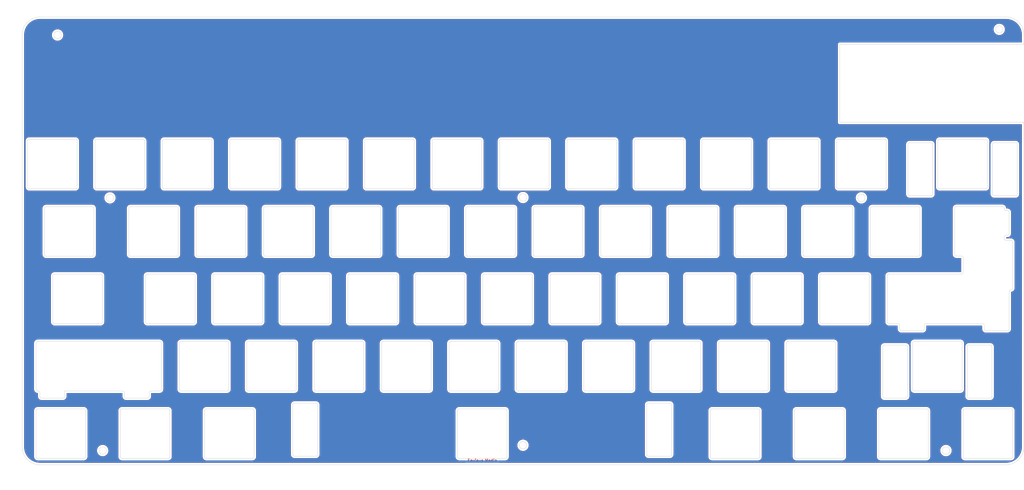
<source format=kicad_pcb>
(kicad_pcb (version 20171130) (host pcbnew "(5.1.10)-1")
  (layers (0 F.Cu signal) (31 B.Cu signal) (34 B.Paste user) (35 F.Paste user) (36 B.SilkS user) (37 F.SilkS user) (38 B.Mask user) (39 F.Mask user) (44 Edge.Cuts user))
  (net 0 "")
  (gr_circle (center 218.5 84) (end 219.525 83.775) (layer Edge.Cuts) (width 0.1))
  (gr_circle (center 87 38.1) (end 88 37.775) (layer Edge.Cuts) (width 0.1))
  (gr_circle (center 101.8 84.1) (end 102.75 83.675) (layer Edge.Cuts) (width 0.1))
  (gr_circle (center 99.75 155.5) (end 100.725 155.125) (layer Edge.Cuts) (width 0.1))
  (gr_circle (center 218.5 154) (end 219.525 153.775) (layer Edge.Cuts) (width 0.1))
  (gr_circle (center 338 155.5) (end 339.05 155.375) (layer Edge.Cuts) (width 0.1))
  (gr_circle (center 353.05 36.5) (end 354.05 36.225) (layer Edge.Cuts) (width 0.1))
  (gr_circle (center 314.1 84.1) (end 315.15 84.225) (layer Edge.Cuts) (width 0.1))
  (gr_line (start 342.34 105.62478) (end 321.9075 105.62478) (layer Edge.Cuts) (width 0.1))
  (gr_line (start 81.40125 124.675) (end 115.8325 124.675) (layer Edge.Cuts) (width 0.1))
  (gr_line (start 225.875 68.025) (end 225.875 81.024999) (layer Edge.Cuts) (width 0.1))
  (gr_arc (start 155.225 81.024999) (end 154.725 81.024999) (angle -90) (layer Edge.Cuts) (width 0.1))
  (gr_line (start 174.275 67.525) (end 187.275 67.525) (layer Edge.Cuts) (width 0.1))
  (gr_arc (start 117.125 68.025) (end 117.125 67.525) (angle -90) (layer Edge.Cuts) (width 0.1))
  (gr_arc (start 117.125 81.024999) (end 116.625 81.024999) (angle -90) (layer Edge.Cuts) (width 0.1))
  (gr_arc (start 212.375 68.025) (end 212.375 67.525) (angle -90) (layer Edge.Cuts) (width 0.1))
  (gr_arc (start 174.275 81.024999) (end 173.775 81.024999) (angle -90) (layer Edge.Cuts) (width 0.1))
  (gr_arc (start 130.125 68.025) (end 130.625 68.025) (angle -90) (layer Edge.Cuts) (width 0.1))
  (gr_arc (start 149.175 81.024999) (end 149.175 81.524999) (angle -90) (layer Edge.Cuts) (width 0.1))
  (gr_line (start 212.375 67.525) (end 225.375 67.525) (layer Edge.Cuts) (width 0.1))
  (gr_line (start 149.675 68.025) (end 149.675 81.024999) (layer Edge.Cuts) (width 0.1))
  (gr_line (start 154.725 68.025) (end 154.725 81.024999) (layer Edge.Cuts) (width 0.1))
  (gr_arc (start 168.225 68.025) (end 168.725 68.025) (angle -90) (layer Edge.Cuts) (width 0.1))
  (gr_arc (start 155.225 68.025) (end 155.225 67.525) (angle -90) (layer Edge.Cuts) (width 0.1))
  (gr_arc (start 136.175 81.024999) (end 135.675 81.024999) (angle -90) (layer Edge.Cuts) (width 0.1))
  (gr_line (start 174.275 81.524999) (end 187.275 81.524999) (layer Edge.Cuts) (width 0.1))
  (gr_line (start 155.225 67.525) (end 168.225 67.525) (layer Edge.Cuts) (width 0.1))
  (gr_arc (start 136.175 68.025) (end 136.175 67.525) (angle -90) (layer Edge.Cuts) (width 0.1))
  (gr_arc (start 168.225 81.024999) (end 168.225 81.524999) (angle -90) (layer Edge.Cuts) (width 0.1))
  (gr_line (start 155.225 81.524999) (end 168.225 81.524999) (layer Edge.Cuts) (width 0.1))
  (gr_arc (start 130.125 81.024999) (end 130.125 81.524999) (angle -90) (layer Edge.Cuts) (width 0.1))
  (gr_line (start 211.875 68.025) (end 211.875 81.024999) (layer Edge.Cuts) (width 0.1))
  (gr_line (start 173.775 68.025) (end 173.775 81.024999) (layer Edge.Cuts) (width 0.1))
  (gr_line (start 115.8325 138.675) (end 113.37925 138.675) (layer Edge.Cuts) (width 0.1))
  (gr_line (start 340.44 100.035) (end 340.4425 87.045) (layer Edge.Cuts) (width 0.1))
  (gr_arc (start 105.37925 139.175) (end 105.87925 139.175) (angle -90) (layer Edge.Cuts) (width 0.1))
  (gr_arc (start 81.50325 139.175) (end 82.00325 139.175) (angle -90) (layer Edge.Cuts) (width 0.1))
  (gr_line (start 82.50325 140.675) (end 88.50325 140.675) (layer Edge.Cuts) (width 0.1))
  (gr_line (start 355.33875 94.662) (end 354.9425 94.662) (layer Edge.Cuts) (width 0.1))
  (gr_line (start 116.3325 125.175) (end 116.3325 138.175) (layer Edge.Cuts) (width 0.1))
  (gr_arc (start 353.9425 87.045) (end 354.4425 87.045) (angle -90) (layer Edge.Cuts) (width 0.1))
  (gr_arc (start 321.9075 119.125) (end 321.4075 119.125) (angle -90) (layer Edge.Cuts) (width 0.1))
  (gr_line (start 354.4425 95.6) (end 354.4425 95.162) (layer Edge.Cuts) (width 0.1))
  (gr_line (start 356.83875 96.6) (end 356.83875 109.59594) (layer Edge.Cuts) (width 0.1))
  (gr_arc (start 355.33875 94.162) (end 355.33875 94.662) (angle -90) (layer Edge.Cuts) (width 0.1))
  (gr_line (start 81.40125 138.675) (end 81.50325 138.675) (layer Edge.Cuts) (width 0.1))
  (gr_line (start 82.00325 139.175) (end 82.00325 140.175) (layer Edge.Cuts) (width 0.1))
  (gr_arc (start 81.40125 138.175) (end 80.90125 138.175) (angle -90) (layer Edge.Cuts) (width 0.1))
  (gr_arc (start 115.8325 138.175) (end 115.8325 138.675) (angle -90) (layer Edge.Cuts) (width 0.1))
  (gr_arc (start 88.50325 140.175) (end 88.50325 140.675) (angle -90) (layer Edge.Cuts) (width 0.1))
  (gr_line (start 105.37925 138.675) (end 89.0025 138.675) (layer Edge.Cuts) (width 0.1))
  (gr_line (start 112.87925 140.175) (end 112.87925 139.175) (layer Edge.Cuts) (width 0.1))
  (gr_arc (start 356.33875 96.6) (end 356.83875 96.6) (angle -90) (layer Edge.Cuts) (width 0.1))
  (gr_arc (start 354.9425 95.6) (end 354.4425 95.6) (angle -90) (layer Edge.Cuts) (width 0.1))
  (gr_line (start 354.4425 87.045) (end 354.4425 87.165) (layer Edge.Cuts) (width 0.1))
  (gr_line (start 342.34 100.535) (end 340.94 100.535) (layer Edge.Cuts) (width 0.1))
  (gr_arc (start 332.39082 120.12602) (end 332.39082 119.62602) (angle -90) (layer Edge.Cuts) (width 0.1))
  (gr_line (start 324.89075 121.125) (end 324.88982 120.12602) (layer Edge.Cuts) (width 0.1))
  (gr_line (start 105.87925 139.175) (end 105.87925 140.175) (layer Edge.Cuts) (width 0.1))
  (gr_line (start 331.89075 121.125) (end 331.89082 120.12602) (layer Edge.Cuts) (width 0.1))
  (gr_line (start 342.84 105.12478) (end 342.84 101.035) (layer Edge.Cuts) (width 0.1))
  (gr_line (start 80.90125 125.175) (end 80.90125 138.175) (layer Edge.Cuts) (width 0.1))
  (gr_line (start 89.00325 140.175) (end 89.0025 138.675) (layer Edge.Cuts) (width 0.1))
  (gr_arc (start 321.9075 106.125) (end 321.9075 105.625) (angle -90) (layer Edge.Cuts) (width 0.1))
  (gr_arc (start 113.37925 139.175) (end 113.37925 138.675) (angle -90) (layer Edge.Cuts) (width 0.1))
  (gr_line (start 106.37925 140.675) (end 112.37925 140.675) (layer Edge.Cuts) (width 0.1))
  (gr_arc (start 324.38982 120.12602) (end 324.88982 120.12602) (angle -90) (layer Edge.Cuts) (width 0.1))
  (gr_arc (start 342.34 105.12478) (end 342.34 105.62478) (angle -90) (layer Edge.Cuts) (width 0.1))
  (gr_line (start 321.4075 106.125) (end 321.4075 119.125) (layer Edge.Cuts) (width 0.1))
  (gr_arc (start 115.8325 125.175) (end 116.3325 125.175) (angle -90) (layer Edge.Cuts) (width 0.1))
  (gr_arc (start 342.34 101.035) (end 342.84 101.035) (angle -90) (layer Edge.Cuts) (width 0.1))
  (gr_line (start 348.767 120.126) (end 348.767 121.125) (layer Edge.Cuts) (width 0.1))
  (gr_line (start 340.9425 86.545) (end 353.9425 86.545) (layer Edge.Cuts) (width 0.1))
  (gr_arc (start 106.37925 140.175) (end 105.87925 140.175) (angle -90) (layer Edge.Cuts) (width 0.1))
  (gr_arc (start 112.37925 140.175) (end 112.37925 140.675) (angle -90) (layer Edge.Cuts) (width 0.1))
  (gr_arc (start 81.40125 125.175) (end 81.40125 124.675) (angle -90) (layer Edge.Cuts) (width 0.1))
  (gr_line (start 321.9075 119.625) (end 324.38982 119.62602) (layer Edge.Cuts) (width 0.1))
  (gr_arc (start 356.33875 110.59594) (end 356.33875 110.09594) (angle -90) (layer Edge.Cuts) (width 0.1))
  (gr_arc (start 82.50325 140.175) (end 82.00325 140.175) (angle -90) (layer Edge.Cuts) (width 0.1))
  (gr_arc (start 354.9425 95.162) (end 354.9425 94.662) (angle -90) (layer Edge.Cuts) (width 0.1))
  (gr_arc (start 354.9425 87.165) (end 354.4425 87.165) (angle -90) (layer Edge.Cuts) (width 0.1))
  (gr_arc (start 340.94 100.035) (end 340.44 100.035) (angle -90) (layer Edge.Cuts) (width 0.1))
  (gr_line (start 349.2686 121.62462) (end 355.33875 121.62424) (layer Edge.Cuts) (width 0.1))
  (gr_arc (start 331.39075 121.125) (end 331.39075 121.625) (angle -90) (layer Edge.Cuts) (width 0.1))
  (gr_arc (start 356.33875 109.59594) (end 356.33875 110.09594) (angle -90) (layer Edge.Cuts) (width 0.1))
  (gr_arc (start 355.33875 88.162) (end 355.83875 88.162) (angle -90) (layer Edge.Cuts) (width 0.1))
  (gr_line (start 250.475 67.525) (end 263.475 67.525) (layer Edge.Cuts) (width 0.1))
  (gr_line (start 355.83875 110.59594) (end 355.83875 121.12424) (layer Edge.Cuts) (width 0.1))
  (gr_arc (start 244.425 81.024999) (end 244.425 81.524999) (angle -90) (layer Edge.Cuts) (width 0.1))
  (gr_line (start 355.33875 87.662) (end 354.9425 87.665) (layer Edge.Cuts) (width 0.1))
  (gr_line (start 269.025 68.025) (end 269.025 81.024999) (layer Edge.Cuts) (width 0.1))
  (gr_arc (start 325.39075 121.125) (end 324.89075 121.125) (angle -90) (layer Edge.Cuts) (width 0.1))
  (gr_arc (start 355.33875 121.12424) (end 355.33875 121.62424) (angle -90) (layer Edge.Cuts) (width 0.1))
  (gr_arc (start 250.475 68.025) (end 250.475 67.525) (angle -90) (layer Edge.Cuts) (width 0.1))
  (gr_arc (start 250.475 81.024999) (end 249.975 81.024999) (angle -90) (layer Edge.Cuts) (width 0.1))
  (gr_line (start 325.39075 121.625) (end 331.39075 121.625) (layer Edge.Cuts) (width 0.1))
  (gr_line (start 355.83875 88.162) (end 355.83875 94.162) (layer Edge.Cuts) (width 0.1))
  (gr_arc (start 263.475 68.025) (end 263.975 68.025) (angle -90) (layer Edge.Cuts) (width 0.1))
  (gr_line (start 263.975 68.025) (end 263.975 81.024999) (layer Edge.Cuts) (width 0.1))
  (gr_arc (start 349.26675 121.125) (end 348.76675 121.125) (angle -90) (layer Edge.Cuts) (width 0.1))
  (gr_arc (start 231.425 81.024999) (end 230.925 81.024999) (angle -90) (layer Edge.Cuts) (width 0.1))
  (gr_line (start 249.975 68.025) (end 249.975 81.024999) (layer Edge.Cuts) (width 0.1))
  (gr_line (start 288.575 67.525) (end 301.575 67.525) (layer Edge.Cuts) (width 0.1))
  (gr_line (start 332.39082 119.62602) (end 348.267 119.626) (layer Edge.Cuts) (width 0.1))
  (gr_line (start 356.33875 96.1) (end 354.9425 96.1) (layer Edge.Cuts) (width 0.1))
  (gr_arc (start 340.9425 87.045) (end 340.9425 86.545) (angle -90) (layer Edge.Cuts) (width 0.1))
  (gr_arc (start 348.267 120.126) (end 348.767 120.126) (angle -90) (layer Edge.Cuts) (width 0.1))
  (gr_line (start 269.525 67.525) (end 282.525 67.525) (layer Edge.Cuts) (width 0.1))
  (gr_line (start 244.925 68.025) (end 244.925 81.024999) (layer Edge.Cuts) (width 0.1))
  (gr_arc (start 193.325 68.025) (end 193.325 67.525) (angle -90) (layer Edge.Cuts) (width 0.1))
  (gr_line (start 230.925 68.025) (end 230.925 81.024999) (layer Edge.Cuts) (width 0.1))
  (gr_arc (start 187.275 68.025) (end 187.775 68.025) (angle -90) (layer Edge.Cuts) (width 0.1))
  (gr_arc (start 187.275 81.024999) (end 187.275 81.524999) (angle -90) (layer Edge.Cuts) (width 0.1))
  (gr_line (start 231.425 81.524999) (end 244.425 81.524999) (layer Edge.Cuts) (width 0.1))
  (gr_arc (start 206.324999 68.025) (end 206.824999 68.025) (angle -90) (layer Edge.Cuts) (width 0.1))
  (gr_arc (start 174.275 68.025) (end 174.275 67.525) (angle -90) (layer Edge.Cuts) (width 0.1))
  (gr_line (start 193.325 81.524999) (end 206.324999 81.524999) (layer Edge.Cuts) (width 0.1))
  (gr_arc (start 282.525 68.025) (end 283.025 68.025) (angle -90) (layer Edge.Cuts) (width 0.1))
  (gr_arc (start 269.525 68.025) (end 269.525 67.525) (angle -90) (layer Edge.Cuts) (width 0.1))
  (gr_line (start 206.824999 68.025) (end 206.824999 81.024999) (layer Edge.Cuts) (width 0.1))
  (gr_line (start 283.025 68.025) (end 283.025 81.024999) (layer Edge.Cuts) (width 0.1))
  (gr_line (start 192.825 68.025) (end 192.825 81.024999) (layer Edge.Cuts) (width 0.1))
  (gr_line (start 231.425 67.525) (end 244.425 67.525) (layer Edge.Cuts) (width 0.1))
  (gr_arc (start 212.375 81.024999) (end 211.875 81.024999) (angle -90) (layer Edge.Cuts) (width 0.1))
  (gr_arc (start 225.375 81.024999) (end 225.375 81.524999) (angle -90) (layer Edge.Cuts) (width 0.1))
  (gr_arc (start 193.325 81.024999) (end 192.825 81.024999) (angle -90) (layer Edge.Cuts) (width 0.1))
  (gr_arc (start 225.375 68.025) (end 225.875 68.025) (angle -90) (layer Edge.Cuts) (width 0.1))
  (gr_line (start 193.325 67.525) (end 206.324999 67.525) (layer Edge.Cuts) (width 0.1))
  (gr_line (start 212.375 81.524999) (end 225.375 81.524999) (layer Edge.Cuts) (width 0.1))
  (gr_line (start 187.775 68.025) (end 187.775 81.024999) (layer Edge.Cuts) (width 0.1))
  (gr_arc (start 206.324999 81.024999) (end 206.324999 81.524999) (angle -90) (layer Edge.Cuts) (width 0.1))
  (gr_arc (start 231.425 68.025) (end 231.425 67.525) (angle -90) (layer Edge.Cuts) (width 0.1))
  (gr_arc (start 86.16875 119.125) (end 85.66875 119.125) (angle -90) (layer Edge.Cuts) (width 0.1))
  (gr_arc (start 112.3625 119.125) (end 111.8625 119.125) (angle -90) (layer Edge.Cuts) (width 0.1))
  (gr_arc (start 144.4125 106.125) (end 144.9125 106.125) (angle -90) (layer Edge.Cuts) (width 0.1))
  (gr_line (start 163.9625 106.125) (end 163.9625 119.125) (layer Edge.Cuts) (width 0.1))
  (gr_line (start 112.3625 105.625) (end 125.3625 105.625) (layer Edge.Cuts) (width 0.1))
  (gr_line (start 86.16875 119.625) (end 99.16875 119.625) (layer Edge.Cuts) (width 0.1))
  (gr_arc (start 163.4625 106.125) (end 163.9625 106.125) (angle -90) (layer Edge.Cuts) (width 0.1))
  (gr_arc (start 182.5125 119.125) (end 182.5125 119.625) (angle -90) (layer Edge.Cuts) (width 0.1))
  (gr_arc (start 169.5125 119.125) (end 169.0125 119.125) (angle -90) (layer Edge.Cuts) (width 0.1))
  (gr_arc (start 182.5125 106.125) (end 183.0125 106.125) (angle -90) (layer Edge.Cuts) (width 0.1))
  (gr_arc (start 144.4125 119.125) (end 144.4125 119.625) (angle -90) (layer Edge.Cuts) (width 0.1))
  (gr_line (start 111.8625 106.125) (end 111.8625 119.125) (layer Edge.Cuts) (width 0.1))
  (gr_arc (start 150.4625 119.125) (end 149.9625 119.125) (angle -90) (layer Edge.Cuts) (width 0.1))
  (gr_arc (start 112.3625 106.125) (end 112.3625 105.625) (angle -90) (layer Edge.Cuts) (width 0.1))
  (gr_line (start 169.5125 105.625) (end 182.5125 105.625) (layer Edge.Cuts) (width 0.1))
  (gr_arc (start 125.3625 119.125) (end 125.3625 119.625) (angle -90) (layer Edge.Cuts) (width 0.1))
  (gr_line (start 169.0125 106.125) (end 169.0125 119.125) (layer Edge.Cuts) (width 0.1))
  (gr_line (start 131.4125 105.625) (end 144.4125 105.625) (layer Edge.Cuts) (width 0.1))
  (gr_line (start 183.0125 106.125) (end 183.0125 119.125) (layer Edge.Cuts) (width 0.1))
  (gr_line (start 85.66875 106.125) (end 85.66875 119.125) (layer Edge.Cuts) (width 0.1))
  (gr_line (start 169.5125 119.625) (end 182.5125 119.625) (layer Edge.Cuts) (width 0.1))
  (gr_arc (start 315.8625 119.125) (end 315.8625 119.625) (angle -90) (layer Edge.Cuts) (width 0.1))
  (gr_arc (start 163.4625 119.125) (end 163.4625 119.625) (angle -90) (layer Edge.Cuts) (width 0.1))
  (gr_arc (start 131.4125 106.125) (end 131.4125 105.625) (angle -90) (layer Edge.Cuts) (width 0.1))
  (gr_line (start 149.9625 106.125) (end 149.9625 119.125) (layer Edge.Cuts) (width 0.1))
  (gr_line (start 86.16875 105.625) (end 99.16875 105.625) (layer Edge.Cuts) (width 0.1))
  (gr_line (start 144.9125 106.125) (end 144.9125 119.125) (layer Edge.Cuts) (width 0.1))
  (gr_line (start 150.4625 119.625) (end 163.4625 119.625) (layer Edge.Cuts) (width 0.1))
  (gr_arc (start 172.9875 138.175) (end 172.9875 138.675) (angle -90) (layer Edge.Cuts) (width 0.1))
  (gr_arc (start 169.5125 106.125) (end 169.5125 105.625) (angle -90) (layer Edge.Cuts) (width 0.1))
  (gr_line (start 159.9875 138.675) (end 172.9875 138.675) (layer Edge.Cuts) (width 0.1))
  (gr_line (start 112.3625 119.625) (end 125.3625 119.625) (layer Edge.Cuts) (width 0.1))
  (gr_arc (start 159.9875 125.175) (end 159.9875 124.675) (angle -90) (layer Edge.Cuts) (width 0.1))
  (gr_arc (start 99.16875 119.125) (end 99.16875 119.625) (angle -90) (layer Edge.Cuts) (width 0.1))
  (gr_line (start 130.9125 106.125) (end 130.9125 119.125) (layer Edge.Cuts) (width 0.1))
  (gr_arc (start 86.16875 106.125) (end 86.16875 105.625) (angle -90) (layer Edge.Cuts) (width 0.1))
  (gr_line (start 302.3625 106.125) (end 302.3625 119.125) (layer Edge.Cuts) (width 0.1))
  (gr_line (start 150.4625 105.625) (end 163.4625 105.625) (layer Edge.Cuts) (width 0.1))
  (gr_arc (start 172.9875 125.175) (end 173.4875 125.175) (angle -90) (layer Edge.Cuts) (width 0.1))
  (gr_arc (start 99.16875 106.125) (end 99.66875 106.125) (angle -90) (layer Edge.Cuts) (width 0.1))
  (gr_arc (start 131.4125 119.125) (end 130.9125 119.125) (angle -90) (layer Edge.Cuts) (width 0.1))
  (gr_line (start 131.4125 119.625) (end 144.4125 119.625) (layer Edge.Cuts) (width 0.1))
  (gr_arc (start 159.9875 138.175) (end 159.4875 138.175) (angle -90) (layer Edge.Cuts) (width 0.1))
  (gr_line (start 173.4875 125.175) (end 173.4875 138.175) (layer Edge.Cuts) (width 0.1))
  (gr_line (start 159.4875 125.175) (end 159.4875 138.175) (layer Edge.Cuts) (width 0.1))
  (gr_arc (start 150.4625 106.125) (end 150.4625 105.625) (angle -90) (layer Edge.Cuts) (width 0.1))
  (gr_arc (start 226.6625 119.125) (end 226.1625 119.125) (angle -90) (layer Edge.Cuts) (width 0.1))
  (gr_line (start 202.0625 106.125) (end 202.0625 119.125) (layer Edge.Cuts) (width 0.1))
  (gr_line (start 168.725 68.025) (end 168.725 81.024999) (layer Edge.Cuts) (width 0.1))
  (gr_arc (start 201.5625 106.125) (end 202.0625 106.125) (angle -90) (layer Edge.Cuts) (width 0.1))
  (gr_line (start 136.175 67.525) (end 149.175 67.525) (layer Edge.Cuts) (width 0.1))
  (gr_arc (start 188.5625 106.125) (end 188.5625 105.625) (angle -90) (layer Edge.Cuts) (width 0.1))
  (gr_line (start 207.6125 105.625) (end 220.6125 105.625) (layer Edge.Cuts) (width 0.1))
  (gr_arc (start 220.6125 106.125) (end 221.1125 106.125) (angle -90) (layer Edge.Cuts) (width 0.1))
  (gr_arc (start 201.5625 119.125) (end 201.5625 119.625) (angle -90) (layer Edge.Cuts) (width 0.1))
  (gr_line (start 226.6625 105.625) (end 239.6625 105.625) (layer Edge.Cuts) (width 0.1))
  (gr_arc (start 220.6125 119.125) (end 220.6125 119.625) (angle -90) (layer Edge.Cuts) (width 0.1))
  (gr_line (start 188.5625 105.625) (end 201.5625 105.625) (layer Edge.Cuts) (width 0.1))
  (gr_line (start 136.175 81.524999) (end 149.175 81.524999) (layer Edge.Cuts) (width 0.1))
  (gr_arc (start 239.6625 106.125) (end 240.1625 106.125) (angle -90) (layer Edge.Cuts) (width 0.1))
  (gr_line (start 226.6625 119.625) (end 239.6625 119.625) (layer Edge.Cuts) (width 0.1))
  (gr_arc (start 207.6125 119.125) (end 207.1125 119.125) (angle -90) (layer Edge.Cuts) (width 0.1))
  (gr_arc (start 149.175 68.025) (end 149.675 68.025) (angle -90) (layer Edge.Cuts) (width 0.1))
  (gr_arc (start 188.5625 119.125) (end 188.0625 119.125) (angle -90) (layer Edge.Cuts) (width 0.1))
  (gr_line (start 188.5625 119.625) (end 201.5625 119.625) (layer Edge.Cuts) (width 0.1))
  (gr_arc (start 207.6125 106.125) (end 207.6125 105.625) (angle -90) (layer Edge.Cuts) (width 0.1))
  (gr_line (start 135.675 68.025) (end 135.675 81.024999) (layer Edge.Cuts) (width 0.1))
  (gr_line (start 188.0625 106.125) (end 188.0625 119.125) (layer Edge.Cuts) (width 0.1))
  (gr_line (start 226.1625 106.125) (end 226.1625 119.125) (layer Edge.Cuts) (width 0.1))
  (gr_arc (start 293.3375 138.175) (end 292.8375 138.175) (angle -90) (layer Edge.Cuts) (width 0.1))
  (gr_arc (start 329.05625 125.175) (end 329.05625 124.675) (angle -90) (layer Edge.Cuts) (width 0.1))
  (gr_line (start 105.21875 157.725) (end 118.21875 157.725) (layer Edge.Cuts) (width 0.1))
  (gr_line (start 81.40625 157.725) (end 94.40625 157.725) (layer Edge.Cuts) (width 0.1))
  (gr_arc (start 350.49425 126.175) (end 350.99425 126.175) (angle -90) (layer Edge.Cuts) (width 0.1))
  (gr_line (start 273.7875 125.175) (end 273.7875 138.175) (layer Edge.Cuts) (width 0.1))
  (gr_line (start 80.90625 144.225) (end 80.90625 157.225) (layer Edge.Cuts) (width 0.1))
  (gr_arc (start 81.40625 144.225) (end 81.40625 143.725) (angle -90) (layer Edge.Cuts) (width 0.1))
  (gr_line (start 293.3375 124.675) (end 306.3375 124.675) (layer Edge.Cuts) (width 0.1))
  (gr_line (start 342.556249 125.175) (end 342.556249 138.175) (layer Edge.Cuts) (width 0.1))
  (gr_arc (start 255.2375 138.175) (end 254.7375 138.175) (angle -90) (layer Edge.Cuts) (width 0.1))
  (gr_line (start 306.8375 125.175) (end 306.8375 138.175) (layer Edge.Cuts) (width 0.1))
  (gr_arc (start 344.49425 140.175) (end 343.99425 140.175) (angle -90) (layer Edge.Cuts) (width 0.1))
  (gr_line (start 129.03125 143.725) (end 142.03125 143.725) (layer Edge.Cuts) (width 0.1))
  (gr_arc (start 105.21875 144.225) (end 105.21875 143.725) (angle -90) (layer Edge.Cuts) (width 0.1))
  (gr_line (start 329.05625 138.675) (end 342.056249 138.675) (layer Edge.Cuts) (width 0.1))
  (gr_line (start 104.71875 144.225) (end 104.71875 157.225) (layer Edge.Cuts) (width 0.1))
  (gr_arc (start 306.3375 138.175) (end 306.3375 138.675) (angle -90) (layer Edge.Cuts) (width 0.1))
  (gr_line (start 268.7375 125.175) (end 268.7375 138.175) (layer Edge.Cuts) (width 0.1))
  (gr_arc (start 326.61825 126.175) (end 327.11825 126.175) (angle -90) (layer Edge.Cuts) (width 0.1))
  (gr_arc (start 94.40625 144.225) (end 94.90625 144.225) (angle -90) (layer Edge.Cuts) (width 0.1))
  (gr_arc (start 259.96875 156.585) (end 259.96875 157.085) (angle -90) (layer Edge.Cuts) (width 0.1))
  (gr_line (start 292.8375 125.175) (end 292.8375 138.175) (layer Edge.Cuts) (width 0.1))
  (gr_arc (start 306.3375 125.175) (end 306.8375 125.175) (angle -90) (layer Edge.Cuts) (width 0.1))
  (gr_line (start 105.21875 143.725) (end 118.21875 143.725) (layer Edge.Cuts) (width 0.1))
  (gr_arc (start 118.21875 157.225) (end 118.21875 157.725) (angle -90) (layer Edge.Cuts) (width 0.1))
  (gr_line (start 328.55625 125.175) (end 328.55625 138.175) (layer Edge.Cuts) (width 0.1))
  (gr_line (start 344.49425 125.675) (end 350.49425 125.675) (layer Edge.Cuts) (width 0.1))
  (gr_arc (start 350.49425 140.175) (end 350.49425 140.675) (angle -90) (layer Edge.Cuts) (width 0.1))
  (gr_line (start 293.3375 138.675) (end 306.3375 138.675) (layer Edge.Cuts) (width 0.1))
  (gr_arc (start 326.61825 140.175) (end 326.61825 140.675) (angle -90) (layer Edge.Cuts) (width 0.1))
  (gr_arc (start 320.61825 140.175) (end 320.11825 140.175) (angle -90) (layer Edge.Cuts) (width 0.1))
  (gr_arc (start 268.2375 138.175) (end 268.2375 138.675) (angle -90) (layer Edge.Cuts) (width 0.1))
  (gr_arc (start 81.40625 157.225) (end 80.90625 157.225) (angle -90) (layer Edge.Cuts) (width 0.1))
  (gr_line (start 327.11825 126.175) (end 327.11825 140.175) (layer Edge.Cuts) (width 0.1))
  (gr_line (start 94.90625 144.225) (end 94.90625 157.225) (layer Edge.Cuts) (width 0.1))
  (gr_line (start 129.03125 157.725) (end 142.03125 157.725) (layer Edge.Cuts) (width 0.1))
  (gr_line (start 344.49425 140.675) (end 350.49425 140.675) (layer Edge.Cuts) (width 0.1))
  (gr_line (start 329.05625 124.675) (end 342.056249 124.675) (layer Edge.Cuts) (width 0.1))
  (gr_arc (start 268.2375 125.175) (end 268.7375 125.175) (angle -90) (layer Edge.Cuts) (width 0.1))
  (gr_arc (start 287.2875 125.175) (end 287.7875 125.175) (angle -90) (layer Edge.Cuts) (width 0.1))
  (gr_line (start 274.2875 124.675) (end 287.2875 124.675) (layer Edge.Cuts) (width 0.1))
  (gr_arc (start 320.61825 126.175) (end 320.61825 125.675) (angle -90) (layer Edge.Cuts) (width 0.1))
  (gr_arc (start 293.3375 125.175) (end 293.3375 124.675) (angle -90) (layer Edge.Cuts) (width 0.1))
  (gr_arc (start 118.21875 144.225) (end 118.71875 144.225) (angle -90) (layer Edge.Cuts) (width 0.1))
  (gr_arc (start 255.2375 125.175) (end 255.2375 124.675) (angle -90) (layer Edge.Cuts) (width 0.1))
  (gr_line (start 350.99425 126.175) (end 350.99425 140.175) (layer Edge.Cuts) (width 0.1))
  (gr_line (start 253.46875 142.585) (end 253.46875 156.585) (layer Edge.Cuts) (width 0.1))
  (gr_line (start 287.7875 125.175) (end 287.7875 138.175) (layer Edge.Cuts) (width 0.1))
  (gr_arc (start 105.21875 157.225) (end 104.71875 157.225) (angle -90) (layer Edge.Cuts) (width 0.1))
  (gr_line (start 274.2875 138.675) (end 287.2875 138.675) (layer Edge.Cuts) (width 0.1))
  (gr_arc (start 94.40625 157.225) (end 94.40625 157.725) (angle -90) (layer Edge.Cuts) (width 0.1))
  (gr_arc (start 344.49425 126.175) (end 344.49425 125.675) (angle -90) (layer Edge.Cuts) (width 0.1))
  (gr_line (start 128.53125 144.225) (end 128.53125 157.225) (layer Edge.Cuts) (width 0.1))
  (gr_arc (start 342.056249 125.175) (end 342.556249 125.175) (angle -90) (layer Edge.Cuts) (width 0.1))
  (gr_line (start 343.99425 126.175) (end 343.99425 140.175) (layer Edge.Cuts) (width 0.1))
  (gr_line (start 320.61825 125.675) (end 326.61825 125.675) (layer Edge.Cuts) (width 0.1))
  (gr_arc (start 274.2875 125.175) (end 274.2875 124.675) (angle -90) (layer Edge.Cuts) (width 0.1))
  (gr_arc (start 342.056249 138.175) (end 342.056249 138.675) (angle -90) (layer Edge.Cuts) (width 0.1))
  (gr_arc (start 253.96875 156.585) (end 253.46875 156.585) (angle -90) (layer Edge.Cuts) (width 0.1))
  (gr_arc (start 274.2875 138.175) (end 273.7875 138.175) (angle -90) (layer Edge.Cuts) (width 0.1))
  (gr_line (start 81.40625 143.725) (end 94.40625 143.725) (layer Edge.Cuts) (width 0.1))
  (gr_line (start 320.61825 140.675) (end 326.61825 140.675) (layer Edge.Cuts) (width 0.1))
  (gr_arc (start 287.2875 138.175) (end 287.2875 138.675) (angle -90) (layer Edge.Cuts) (width 0.1))
  (gr_arc (start 253.95 87.075) (end 254.45 87.075) (angle -90) (layer Edge.Cuts) (width 0.1))
  (gr_line (start 240.95 100.575) (end 253.95 100.575) (layer Edge.Cuts) (width 0.1))
  (gr_arc (start 215.85 87.075) (end 216.35 87.075) (angle -90) (layer Edge.Cuts) (width 0.1))
  (gr_line (start 79.025 67.525) (end 92.024999 67.525) (layer Edge.Cuts) (width 0.1))
  (gr_line (start 164.25 87.075) (end 164.25 100.075) (layer Edge.Cuts) (width 0.1))
  (gr_line (start 92.524999 68.025) (end 92.524999 81.024999) (layer Edge.Cuts) (width 0.1))
  (gr_line (start 235.4 87.075) (end 235.4 100.075) (layer Edge.Cuts) (width 0.1))
  (gr_line (start 221.9 100.575) (end 234.9 100.575) (layer Edge.Cuts) (width 0.1))
  (gr_arc (start 329.05625 138.175) (end 328.55625 138.175) (angle -90) (layer Edge.Cuts) (width 0.1))
  (gr_line (start 183.3 87.075) (end 183.3 100.075) (layer Edge.Cuts) (width 0.1))
  (gr_line (start 202.35 87.075) (end 202.35 100.075) (layer Edge.Cuts) (width 0.1))
  (gr_line (start 118.71875 144.225) (end 118.71875 157.225) (layer Edge.Cuts) (width 0.1))
  (gr_line (start 78.525 68.025) (end 78.525 81.024999) (layer Edge.Cuts) (width 0.1))
  (gr_arc (start 253.95 100.075) (end 253.95 100.575) (angle -90) (layer Edge.Cuts) (width 0.1))
  (gr_line (start 320.11825 126.175) (end 320.11825 140.175) (layer Edge.Cuts) (width 0.1))
  (gr_line (start 254.7375 125.175) (end 254.7375 138.175) (layer Edge.Cuts) (width 0.1))
  (gr_arc (start 177.75 100.075) (end 177.75 100.575) (angle -90) (layer Edge.Cuts) (width 0.1))
  (gr_line (start 164.75 86.575) (end 177.75 86.575) (layer Edge.Cuts) (width 0.1))
  (gr_arc (start 183.8 87.075) (end 183.8 86.575) (angle -90) (layer Edge.Cuts) (width 0.1))
  (gr_line (start 240.45 87.075) (end 240.45 100.075) (layer Edge.Cuts) (width 0.1))
  (gr_line (start 260 86.575) (end 273 86.575) (layer Edge.Cuts) (width 0.1))
  (gr_line (start 79.025 81.524999) (end 92.024999 81.524999) (layer Edge.Cuts) (width 0.1))
  (gr_arc (start 164.75 87.075) (end 164.75 86.575) (angle -90) (layer Edge.Cuts) (width 0.1))
  (gr_line (start 202.85 86.575) (end 215.85 86.575) (layer Edge.Cuts) (width 0.1))
  (gr_arc (start 234.9 100.075) (end 234.9 100.575) (angle -90) (layer Edge.Cuts) (width 0.1))
  (gr_line (start 202.85 100.575) (end 215.85 100.575) (layer Edge.Cuts) (width 0.1))
  (gr_arc (start 240.95 100.075) (end 240.45 100.075) (angle -90) (layer Edge.Cuts) (width 0.1))
  (gr_line (start 254.45 87.075) (end 254.45 100.075) (layer Edge.Cuts) (width 0.1))
  (gr_line (start 83.7875 86.575) (end 96.7875 86.575) (layer Edge.Cuts) (width 0.1))
  (gr_line (start 351.638 68.525) (end 357.638 68.525) (layer Edge.Cuts) (width 0.1))
  (gr_line (start 221.1125 106.125) (end 221.1125 119.125) (layer Edge.Cuts) (width 0.1))
  (gr_line (start 207.6125 119.625) (end 220.6125 119.625) (layer Edge.Cuts) (width 0.1))
  (gr_arc (start 226.6625 106.125) (end 226.6625 105.625) (angle -90) (layer Edge.Cuts) (width 0.1))
  (gr_line (start 351.638 83.525) (end 357.638 83.525) (layer Edge.Cuts) (width 0.1))
  (gr_arc (start 333.762 83.025) (end 333.762 83.525) (angle -90) (layer Edge.Cuts) (width 0.1))
  (gr_line (start 97.2875 87.075) (end 97.2875 100.075) (layer Edge.Cuts) (width 0.1))
  (gr_line (start 327.262 69.025) (end 327.262 83.025) (layer Edge.Cuts) (width 0.1))
  (gr_line (start 207.1125 106.125) (end 207.1125 119.125) (layer Edge.Cuts) (width 0.1))
  (gr_arc (start 327.762 83.025) (end 327.262 83.025) (angle -90) (layer Edge.Cuts) (width 0.1))
  (gr_line (start 83.2875 87.075) (end 83.2875 100.075) (layer Edge.Cuts) (width 0.1))
  (gr_line (start 327.762 68.525) (end 333.762 68.525) (layer Edge.Cuts) (width 0.1))
  (gr_arc (start 357.638 83.025) (end 357.638 83.525) (angle -90) (layer Edge.Cuts) (width 0.1))
  (gr_arc (start 333.762 69.025) (end 334.262 69.025) (angle -90) (layer Edge.Cuts) (width 0.1))
  (gr_line (start 334.262 69.025) (end 334.262 83.025) (layer Edge.Cuts) (width 0.1))
  (gr_arc (start 327.762 69.025) (end 327.762 68.525) (angle -90) (layer Edge.Cuts) (width 0.1))
  (gr_line (start 240.1625 106.125) (end 240.1625 119.125) (layer Edge.Cuts) (width 0.1))
  (gr_arc (start 351.638 83.025) (end 351.138 83.025) (angle -90) (layer Edge.Cuts) (width 0.1))
  (gr_arc (start 83.7875 87.075) (end 83.7875 86.575) (angle -90) (layer Edge.Cuts) (width 0.1))
  (gr_arc (start 351.638 69.025) (end 351.638 68.525) (angle -90) (layer Edge.Cuts) (width 0.1))
  (gr_line (start 358.138 69.025) (end 358.138 83.025) (layer Edge.Cuts) (width 0.1))
  (gr_line (start 351.138 69.025) (end 351.138 83.025) (layer Edge.Cuts) (width 0.1))
  (gr_line (start 240.95 86.575) (end 253.95 86.575) (layer Edge.Cuts) (width 0.1))
  (gr_line (start 216.35 87.075) (end 216.35 100.075) (layer Edge.Cuts) (width 0.1))
  (gr_line (start 183.8 86.575) (end 196.8 86.575) (layer Edge.Cuts) (width 0.1))
  (gr_arc (start 196.8 100.075) (end 196.8 100.575) (angle -90) (layer Edge.Cuts) (width 0.1))
  (gr_line (start 117.125 67.525) (end 130.125 67.525) (layer Edge.Cuts) (width 0.1))
  (gr_line (start 116.625 68.025) (end 116.625 81.024999) (layer Edge.Cuts) (width 0.1))
  (gr_arc (start 202.85 100.075) (end 202.35 100.075) (angle -90) (layer Edge.Cuts) (width 0.1))
  (gr_arc (start 164.75 100.075) (end 164.25 100.075) (angle -90) (layer Edge.Cuts) (width 0.1))
  (gr_arc (start 111.075 81.024999) (end 111.075 81.524999) (angle -90) (layer Edge.Cuts) (width 0.1))
  (gr_arc (start 158.7 100.075) (end 158.7 100.575) (angle -90) (layer Edge.Cuts) (width 0.1))
  (gr_line (start 221.9 86.575) (end 234.9 86.575) (layer Edge.Cuts) (width 0.1))
  (gr_line (start 164.75 100.575) (end 177.75 100.575) (layer Edge.Cuts) (width 0.1))
  (gr_line (start 260 100.575) (end 273 100.575) (layer Edge.Cuts) (width 0.1))
  (gr_arc (start 202.85 87.075) (end 202.85 86.575) (angle -90) (layer Edge.Cuts) (width 0.1))
  (gr_arc (start 240.95 87.075) (end 240.95 86.575) (angle -90) (layer Edge.Cuts) (width 0.1))
  (gr_line (start 130.625 68.025) (end 130.625 81.024999) (layer Edge.Cuts) (width 0.1))
  (gr_line (start 117.125 81.524999) (end 130.125 81.524999) (layer Edge.Cuts) (width 0.1))
  (gr_arc (start 145.7 100.075) (end 145.2 100.075) (angle -90) (layer Edge.Cuts) (width 0.1))
  (gr_line (start 259.5 87.075) (end 259.5 100.075) (layer Edge.Cuts) (width 0.1))
  (gr_arc (start 98.075 81.024999) (end 97.575 81.024999) (angle -90) (layer Edge.Cuts) (width 0.1))
  (gr_arc (start 177.75 87.075) (end 178.25 87.075) (angle -90) (layer Edge.Cuts) (width 0.1))
  (gr_line (start 197.3 87.075) (end 197.3 100.075) (layer Edge.Cuts) (width 0.1))
  (gr_arc (start 221.9 87.075) (end 221.9 86.575) (angle -90) (layer Edge.Cuts) (width 0.1))
  (gr_line (start 273.5 87.075) (end 273.5 100.075) (layer Edge.Cuts) (width 0.1))
  (gr_arc (start 111.075 68.025) (end 111.575 68.025) (angle -90) (layer Edge.Cuts) (width 0.1))
  (gr_line (start 221.4 87.075) (end 221.4 100.075) (layer Edge.Cuts) (width 0.1))
  (gr_line (start 183.8 100.575) (end 196.8 100.575) (layer Edge.Cuts) (width 0.1))
  (gr_arc (start 221.9 100.075) (end 221.4 100.075) (angle -90) (layer Edge.Cuts) (width 0.1))
  (gr_arc (start 98.075 68.025) (end 98.075 67.525) (angle -90) (layer Edge.Cuts) (width 0.1))
  (gr_line (start 178.25 87.075) (end 178.25 100.075) (layer Edge.Cuts) (width 0.1))
  (gr_arc (start 183.8 100.075) (end 183.3 100.075) (angle -90) (layer Edge.Cuts) (width 0.1))
  (gr_arc (start 196.8 87.075) (end 197.3 87.075) (angle -90) (layer Edge.Cuts) (width 0.1))
  (gr_arc (start 215.85 100.075) (end 215.85 100.575) (angle -90) (layer Edge.Cuts) (width 0.1))
  (gr_arc (start 234.9 87.075) (end 235.4 87.075) (angle -90) (layer Edge.Cuts) (width 0.1))
  (gr_arc (start 282.525 81.024999) (end 282.525 81.524999) (angle -90) (layer Edge.Cuts) (width 0.1))
  (gr_arc (start 263.475 81.024999) (end 263.475 81.524999) (angle -90) (layer Edge.Cuts) (width 0.1))
  (gr_line (start 269.525 81.524999) (end 282.525 81.524999) (layer Edge.Cuts) (width 0.1))
  (gr_line (start 250.475 81.524999) (end 263.475 81.524999) (layer Edge.Cuts) (width 0.1))
  (gr_arc (start 244.425 68.025) (end 244.925 68.025) (angle -90) (layer Edge.Cuts) (width 0.1))
  (gr_arc (start 269.525 81.024999) (end 269.025 81.024999) (angle -90) (layer Edge.Cuts) (width 0.1))
  (gr_arc (start 284.90625 157.225) (end 284.90625 157.725) (angle -90) (layer Edge.Cuts) (width 0.1))
  (gr_line (start 271.40625 144.225) (end 271.40625 157.225) (layer Edge.Cuts) (width 0.1))
  (gr_arc (start 288.575 81.024999) (end 288.075 81.024999) (angle -90) (layer Edge.Cuts) (width 0.1))
  (gr_arc (start 320.625 68.025) (end 321.125 68.025) (angle -90) (layer Edge.Cuts) (width 0.1))
  (gr_line (start 335.7 68.025) (end 335.7 81.024999) (layer Edge.Cuts) (width 0.1))
  (gr_arc (start 332.53125 144.225) (end 333.03125 144.225) (angle -90) (layer Edge.Cuts) (width 0.1))
  (gr_line (start 302.075 68.025) (end 302.075 81.024999) (layer Edge.Cuts) (width 0.1))
  (gr_arc (start 336.2 81.024999) (end 335.7 81.024999) (angle -90) (layer Edge.Cuts) (width 0.1))
  (gr_arc (start 307.625 81.024999) (end 307.125 81.024999) (angle -90) (layer Edge.Cuts) (width 0.1))
  (gr_line (start 307.625 81.524999) (end 320.625 81.524999) (layer Edge.Cuts) (width 0.1))
  (gr_arc (start 319.53125 144.225) (end 319.53125 143.725) (angle -90) (layer Edge.Cuts) (width 0.1))
  (gr_line (start 333.03125 144.225) (end 333.03125 157.225) (layer Edge.Cuts) (width 0.1))
  (gr_line (start 288.075 68.025) (end 288.075 81.024999) (layer Edge.Cuts) (width 0.1))
  (gr_arc (start 295.71875 144.225) (end 295.71875 143.725) (angle -90) (layer Edge.Cuts) (width 0.1))
  (gr_arc (start 301.575 81.024999) (end 301.575 81.524999) (angle -90) (layer Edge.Cuts) (width 0.1))
  (gr_line (start 99.66875 106.125) (end 99.66875 119.125) (layer Edge.Cuts) (width 0.1))
  (gr_line (start 336.2 81.524999) (end 349.2 81.524999) (layer Edge.Cuts) (width 0.1))
  (gr_line (start 307.625 67.525) (end 320.625 67.525) (layer Edge.Cuts) (width 0.1))
  (gr_arc (start 320.625 81.024999) (end 320.625 81.524999) (angle -90) (layer Edge.Cuts) (width 0.1))
  (gr_line (start 125.8625 106.125) (end 125.8625 119.125) (layer Edge.Cuts) (width 0.1))
  (gr_arc (start 307.625 68.025) (end 307.625 67.525) (angle -90) (layer Edge.Cuts) (width 0.1))
  (gr_line (start 307.125 68.025) (end 307.125 81.024999) (layer Edge.Cuts) (width 0.1))
  (gr_line (start 288.575 81.524999) (end 301.575 81.524999) (layer Edge.Cuts) (width 0.1))
  (gr_arc (start 349.2 68.025) (end 349.7 68.025) (angle -90) (layer Edge.Cuts) (width 0.1))
  (gr_arc (start 288.575 68.025) (end 288.575 67.525) (angle -90) (layer Edge.Cuts) (width 0.1))
  (gr_line (start 319.53125 143.725) (end 332.53125 143.725) (layer Edge.Cuts) (width 0.1))
  (gr_line (start 295.71875 157.725) (end 308.71875 157.725) (layer Edge.Cuts) (width 0.1))
  (gr_arc (start 284.90625 144.225) (end 285.40625 144.225) (angle -90) (layer Edge.Cuts) (width 0.1))
  (gr_arc (start 301.575 68.025) (end 302.075 68.025) (angle -90) (layer Edge.Cuts) (width 0.1))
  (gr_arc (start 153.96875 156.585) (end 153.46875 156.585) (angle -90) (layer Edge.Cuts) (width 0.1))
  (gr_line (start 271.90625 157.725) (end 284.90625 157.725) (layer Edge.Cuts) (width 0.1))
  (gr_arc (start 295.71875 157.225) (end 295.21875 157.225) (angle -90) (layer Edge.Cuts) (width 0.1))
  (gr_arc (start 271.90625 144.225) (end 271.90625 143.725) (angle -90) (layer Edge.Cuts) (width 0.1))
  (gr_arc (start 159.96875 156.585) (end 159.96875 157.085) (angle -90) (layer Edge.Cuts) (width 0.1))
  (gr_line (start 319.53125 157.725) (end 332.53125 157.725) (layer Edge.Cuts) (width 0.1))
  (gr_line (start 321.125 68.025) (end 321.125 81.024999) (layer Edge.Cuts) (width 0.1))
  (gr_line (start 319.03125 144.225) (end 319.03125 157.225) (layer Edge.Cuts) (width 0.1))
  (gr_arc (start 308.71875 157.225) (end 308.71875 157.725) (angle -90) (layer Edge.Cuts) (width 0.1))
  (gr_line (start 309.21875 144.225) (end 309.21875 157.225) (layer Edge.Cuts) (width 0.1))
  (gr_line (start 271.90625 143.725) (end 284.90625 143.725) (layer Edge.Cuts) (width 0.1))
  (gr_arc (start 336.2 68.025) (end 336.2 67.525) (angle -90) (layer Edge.Cuts) (width 0.1))
  (gr_line (start 336.2 67.525) (end 349.2 67.525) (layer Edge.Cuts) (width 0.1))
  (gr_arc (start 125.3625 106.125) (end 125.8625 106.125) (angle -90) (layer Edge.Cuts) (width 0.1))
  (gr_arc (start 349.2 81.024999) (end 349.2 81.524999) (angle -90) (layer Edge.Cuts) (width 0.1))
  (gr_line (start 285.40625 144.225) (end 285.40625 157.225) (layer Edge.Cuts) (width 0.1))
  (gr_line (start 349.7 68.025) (end 349.7 81.024999) (layer Edge.Cuts) (width 0.1))
  (gr_arc (start 236.1875 125.175) (end 236.1875 124.675) (angle -90) (layer Edge.Cuts) (width 0.1))
  (gr_line (start 279.05 100.575) (end 292.05 100.575) (layer Edge.Cuts) (width 0.1))
  (gr_line (start 278.55 87.075) (end 278.55 100.075) (layer Edge.Cuts) (width 0.1))
  (gr_arc (start 83.7875 100.075) (end 83.2875 100.075) (angle -90) (layer Edge.Cuts) (width 0.1))
  (gr_arc (start 298.1 87.075) (end 298.1 86.575) (angle -90) (layer Edge.Cuts) (width 0.1))
  (gr_arc (start 279.05 100.075) (end 278.55 100.075) (angle -90) (layer Edge.Cuts) (width 0.1))
  (gr_arc (start 311.1 100.075) (end 311.1 100.575) (angle -90) (layer Edge.Cuts) (width 0.1))
  (gr_line (start 297.6 87.075) (end 297.6 100.075) (layer Edge.Cuts) (width 0.1))
  (gr_arc (start 211.0875 138.175) (end 211.0875 138.675) (angle -90) (layer Edge.Cuts) (width 0.1))
  (gr_line (start 198.0875 138.675) (end 211.0875 138.675) (layer Edge.Cuts) (width 0.1))
  (gr_arc (start 317.15 87.075) (end 317.15 86.575) (angle -90) (layer Edge.Cuts) (width 0.1))
  (gr_line (start 298.1 86.575) (end 311.1 86.575) (layer Edge.Cuts) (width 0.1))
  (gr_line (start 330.65 87.075) (end 330.65 100.075) (layer Edge.Cuts) (width 0.1))
  (gr_line (start 249.6875 125.175) (end 249.6875 138.175) (layer Edge.Cuts) (width 0.1))
  (gr_line (start 327.762 83.525) (end 333.762 83.525) (layer Edge.Cuts) (width 0.1))
  (gr_arc (start 357.638 69.025) (end 358.138 69.025) (angle -90) (layer Edge.Cuts) (width 0.1))
  (gr_arc (start 311.1 87.075) (end 311.6 87.075) (angle -90) (layer Edge.Cuts) (width 0.1))
  (gr_arc (start 96.7875 87.075) (end 97.2875 87.075) (angle -90) (layer Edge.Cuts) (width 0.1))
  (gr_line (start 316.65 87.075) (end 316.65 100.075) (layer Edge.Cuts) (width 0.1))
  (gr_arc (start 292.05 100.075) (end 292.05 100.575) (angle -90) (layer Edge.Cuts) (width 0.1))
  (gr_arc (start 279.05 87.075) (end 279.05 86.575) (angle -90) (layer Edge.Cuts) (width 0.1))
  (gr_line (start 83.7875 100.575) (end 96.7875 100.575) (layer Edge.Cuts) (width 0.1))
  (gr_arc (start 260 100.075) (end 259.5 100.075) (angle -90) (layer Edge.Cuts) (width 0.1))
  (gr_line (start 279.05 86.575) (end 292.05 86.575) (layer Edge.Cuts) (width 0.1))
  (gr_line (start 317.15 86.575) (end 330.15 86.575) (layer Edge.Cuts) (width 0.1))
  (gr_arc (start 260 87.075) (end 260 86.575) (angle -90) (layer Edge.Cuts) (width 0.1))
  (gr_arc (start 292.05 87.075) (end 292.55 87.075) (angle -90) (layer Edge.Cuts) (width 0.1))
  (gr_arc (start 330.15 100.075) (end 330.15 100.575) (angle -90) (layer Edge.Cuts) (width 0.1))
  (gr_line (start 311.6 87.075) (end 311.6 100.075) (layer Edge.Cuts) (width 0.1))
  (gr_line (start 298.1 100.575) (end 311.1 100.575) (layer Edge.Cuts) (width 0.1))
  (gr_line (start 317.15 100.575) (end 330.15 100.575) (layer Edge.Cuts) (width 0.1))
  (gr_arc (start 330.15 87.075) (end 330.65 87.075) (angle -90) (layer Edge.Cuts) (width 0.1))
  (gr_arc (start 249.1875 138.175) (end 249.1875 138.675) (angle -90) (layer Edge.Cuts) (width 0.1))
  (gr_arc (start 273 100.075) (end 273 100.575) (angle -90) (layer Edge.Cuts) (width 0.1))
  (gr_line (start 292.55 87.075) (end 292.55 100.075) (layer Edge.Cuts) (width 0.1))
  (gr_arc (start 230.1375 138.175) (end 230.1375 138.675) (angle -90) (layer Edge.Cuts) (width 0.1))
  (gr_arc (start 211.0875 125.175) (end 211.5875 125.175) (angle -90) (layer Edge.Cuts) (width 0.1))
  (gr_arc (start 230.1375 125.175) (end 230.6375 125.175) (angle -90) (layer Edge.Cuts) (width 0.1))
  (gr_line (start 236.1875 124.675) (end 249.1875 124.675) (layer Edge.Cuts) (width 0.1))
  (gr_arc (start 217.1375 125.175) (end 217.1375 124.675) (angle -90) (layer Edge.Cuts) (width 0.1))
  (gr_arc (start 317.15 100.075) (end 316.65 100.075) (angle -90) (layer Edge.Cuts) (width 0.1))
  (gr_arc (start 273 87.075) (end 273.5 87.075) (angle -90) (layer Edge.Cuts) (width 0.1))
  (gr_arc (start 249.1875 125.175) (end 249.6875 125.175) (angle -90) (layer Edge.Cuts) (width 0.1))
  (gr_arc (start 198.0875 138.175) (end 197.5875 138.175) (angle -90) (layer Edge.Cuts) (width 0.1))
  (gr_arc (start 298.1 100.075) (end 297.6 100.075) (angle -90) (layer Edge.Cuts) (width 0.1))
  (gr_arc (start 236.1875 138.175) (end 235.6875 138.175) (angle -90) (layer Edge.Cuts) (width 0.1))
  (gr_line (start 154.4375 125.175) (end 154.4375 138.175) (layer Edge.Cuts) (width 0.1))
  (gr_line (start 140.9375 124.675) (end 153.9375 124.675) (layer Edge.Cuts) (width 0.1))
  (gr_line (start 198.0875 124.675) (end 211.0875 124.675) (layer Edge.Cuts) (width 0.1))
  (gr_line (start 217.1375 138.675) (end 230.1375 138.675) (layer Edge.Cuts) (width 0.1))
  (gr_line (start 255.2375 124.675) (end 268.2375 124.675) (layer Edge.Cuts) (width 0.1))
  (gr_arc (start 153.9375 138.175) (end 153.9375 138.675) (angle -90) (layer Edge.Cuts) (width 0.1))
  (gr_line (start 121.3875 125.175) (end 121.3875 138.175) (layer Edge.Cuts) (width 0.1))
  (gr_arc (start 192.0375 138.175) (end 192.0375 138.675) (angle -90) (layer Edge.Cuts) (width 0.1))
  (gr_arc (start 134.8875 138.175) (end 134.8875 138.675) (angle -90) (layer Edge.Cuts) (width 0.1))
  (gr_arc (start 198.0875 125.175) (end 198.0875 124.675) (angle -90) (layer Edge.Cuts) (width 0.1))
  (gr_arc (start 153.9375 125.175) (end 154.4375 125.175) (angle -90) (layer Edge.Cuts) (width 0.1))
  (gr_line (start 216.6375 125.175) (end 216.6375 138.175) (layer Edge.Cuts) (width 0.1))
  (gr_line (start 211.5875 125.175) (end 211.5875 138.175) (layer Edge.Cuts) (width 0.1))
  (gr_line (start 255.2375 138.675) (end 268.2375 138.675) (layer Edge.Cuts) (width 0.1))
  (gr_line (start 217.1375 124.675) (end 230.1375 124.675) (layer Edge.Cuts) (width 0.1))
  (gr_arc (start 140.9375 138.175) (end 140.4375 138.175) (angle -90) (layer Edge.Cuts) (width 0.1))
  (gr_arc (start 302.8625 119.125) (end 302.3625 119.125) (angle -90) (layer Edge.Cuts) (width 0.1))
  (gr_line (start 230.6375 125.175) (end 230.6375 138.175) (layer Edge.Cuts) (width 0.1))
  (gr_line (start 135.3875 125.175) (end 135.3875 138.175) (layer Edge.Cuts) (width 0.1))
  (gr_line (start 121.8875 138.675) (end 134.8875 138.675) (layer Edge.Cuts) (width 0.1))
  (gr_arc (start 179.0375 138.175) (end 178.5375 138.175) (angle -90) (layer Edge.Cuts) (width 0.1))
  (gr_line (start 140.9375 138.675) (end 153.9375 138.675) (layer Edge.Cuts) (width 0.1))
  (gr_arc (start 121.8875 125.175) (end 121.8875 124.675) (angle -90) (layer Edge.Cuts) (width 0.1))
  (gr_line (start 235.6875 125.175) (end 235.6875 138.175) (layer Edge.Cuts) (width 0.1))
  (gr_arc (start 296.8125 119.125) (end 296.8125 119.625) (angle -90) (layer Edge.Cuts) (width 0.1))
  (gr_arc (start 134.8875 125.175) (end 135.3875 125.175) (angle -90) (layer Edge.Cuts) (width 0.1))
  (gr_line (start 302.8625 119.625) (end 315.8625 119.625) (layer Edge.Cuts) (width 0.1))
  (gr_arc (start 302.8625 106.125) (end 302.8625 105.625) (angle -90) (layer Edge.Cuts) (width 0.1))
  (gr_line (start 197.5875 125.175) (end 197.5875 138.175) (layer Edge.Cuts) (width 0.1))
  (gr_arc (start 140.9375 125.175) (end 140.9375 124.675) (angle -90) (layer Edge.Cuts) (width 0.1))
  (gr_line (start 140.4375 125.175) (end 140.4375 138.175) (layer Edge.Cuts) (width 0.1))
  (gr_arc (start 121.8875 138.175) (end 121.3875 138.175) (angle -90) (layer Edge.Cuts) (width 0.1))
  (gr_line (start 316.3625 106.125) (end 316.3625 119.125) (layer Edge.Cuts) (width 0.1))
  (gr_arc (start 283.8125 119.125) (end 283.3125 119.125) (angle -90) (layer Edge.Cuts) (width 0.1))
  (gr_arc (start 192.0375 125.175) (end 192.5375 125.175) (angle -90) (layer Edge.Cuts) (width 0.1))
  (gr_line (start 159.9875 124.675) (end 172.9875 124.675) (layer Edge.Cuts) (width 0.1))
  (gr_arc (start 315.8625 106.125) (end 316.3625 106.125) (angle -90) (layer Edge.Cuts) (width 0.1))
  (gr_arc (start 179.0375 125.175) (end 179.0375 124.675) (angle -90) (layer Edge.Cuts) (width 0.1))
  (gr_line (start 192.5375 125.175) (end 192.5375 138.175) (layer Edge.Cuts) (width 0.1))
  (gr_line (start 178.5375 125.175) (end 178.5375 138.175) (layer Edge.Cuts) (width 0.1))
  (gr_line (start 121.8875 124.675) (end 134.8875 124.675) (layer Edge.Cuts) (width 0.1))
  (gr_line (start 179.0375 138.675) (end 192.0375 138.675) (layer Edge.Cuts) (width 0.1))
  (gr_line (start 179.0375 124.675) (end 192.0375 124.675) (layer Edge.Cuts) (width 0.1))
  (gr_line (start 302.8625 105.625) (end 315.8625 105.625) (layer Edge.Cuts) (width 0.1))
  (gr_arc (start 217.1375 138.175) (end 216.6375 138.175) (angle -90) (layer Edge.Cuts) (width 0.1))
  (gr_line (start 236.1875 138.675) (end 249.1875 138.675) (layer Edge.Cuts) (width 0.1))
  (gr_line (start 259.2125 106.125) (end 259.2125 119.125) (layer Edge.Cuts) (width 0.1))
  (gr_line (start 283.8125 105.625) (end 296.8125 105.625) (layer Edge.Cuts) (width 0.1))
  (gr_arc (start 283.8125 106.125) (end 283.8125 105.625) (angle -90) (layer Edge.Cuts) (width 0.1))
  (gr_line (start 145.7 86.575) (end 158.7 86.575) (layer Edge.Cuts) (width 0.1))
  (gr_arc (start 139.65 100.075) (end 139.65 100.575) (angle -90) (layer Edge.Cuts) (width 0.1))
  (gr_line (start 297.3125 106.125) (end 297.3125 119.125) (layer Edge.Cuts) (width 0.1))
  (gr_line (start 283.3125 106.125) (end 283.3125 119.125) (layer Edge.Cuts) (width 0.1))
  (gr_arc (start 245.7125 106.125) (end 245.7125 105.625) (angle -90) (layer Edge.Cuts) (width 0.1))
  (gr_line (start 107.1 87.075) (end 107.1 100.075) (layer Edge.Cuts) (width 0.1))
  (gr_arc (start 264.7625 119.125) (end 264.2625 119.125) (angle -90) (layer Edge.Cuts) (width 0.1))
  (gr_arc (start 319.53125 157.225) (end 319.03125 157.225) (angle -90) (layer Edge.Cuts) (width 0.1))
  (gr_arc (start 264.7625 106.125) (end 264.7625 105.625) (angle -90) (layer Edge.Cuts) (width 0.1))
  (gr_line (start 245.7125 105.625) (end 258.7125 105.625) (layer Edge.Cuts) (width 0.1))
  (gr_line (start 278.2625 106.125) (end 278.2625 119.125) (layer Edge.Cuts) (width 0.1))
  (gr_arc (start 107.6 100.075) (end 107.1 100.075) (angle -90) (layer Edge.Cuts) (width 0.1))
  (gr_line (start 264.2625 106.125) (end 264.2625 119.125) (layer Edge.Cuts) (width 0.1))
  (gr_line (start 264.7625 105.625) (end 277.7625 105.625) (layer Edge.Cuts) (width 0.1))
  (gr_arc (start 343.34375 144.225) (end 343.34375 143.725) (angle -90) (layer Edge.Cuts) (width 0.1))
  (gr_line (start 126.65 86.575) (end 139.65 86.575) (layer Edge.Cuts) (width 0.1))
  (gr_arc (start 145.7 87.075) (end 145.7 86.575) (angle -90) (layer Edge.Cuts) (width 0.1))
  (gr_arc (start 277.7625 106.125) (end 278.2625 106.125) (angle -90) (layer Edge.Cuts) (width 0.1))
  (gr_arc (start 258.7125 106.125) (end 259.2125 106.125) (angle -90) (layer Edge.Cuts) (width 0.1))
  (gr_line (start 264.7625 119.625) (end 277.7625 119.625) (layer Edge.Cuts) (width 0.1))
  (gr_arc (start 356.34375 144.225) (end 356.84375 144.225) (angle -90) (layer Edge.Cuts) (width 0.1))
  (gr_arc (start 92.024999 81.024999) (end 92.024999 81.524999) (angle -90) (layer Edge.Cuts) (width 0.1))
  (gr_line (start 98.075 81.524999) (end 111.075 81.524999) (layer Edge.Cuts) (width 0.1))
  (gr_arc (start 277.7625 119.125) (end 277.7625 119.625) (angle -90) (layer Edge.Cuts) (width 0.1))
  (gr_arc (start 343.34375 157.225) (end 342.84375 157.225) (angle -90) (layer Edge.Cuts) (width 0.1))
  (gr_line (start 111.575 68.025) (end 111.575 81.024999) (layer Edge.Cuts) (width 0.1))
  (gr_line (start 97.575 68.025) (end 97.575 81.024999) (layer Edge.Cuts) (width 0.1))
  (gr_line (start 121.1 87.075) (end 121.1 100.075) (layer Edge.Cuts) (width 0.1))
  (gr_line (start 145.2 87.075) (end 145.2 100.075) (layer Edge.Cuts) (width 0.1))
  (gr_arc (start 107.6 87.075) (end 107.6 86.575) (angle -90) (layer Edge.Cuts) (width 0.1))
  (gr_line (start 342.84375 144.225) (end 342.84375 157.225) (layer Edge.Cuts) (width 0.1))
  (gr_line (start 245.2125 106.125) (end 245.2125 119.125) (layer Edge.Cuts) (width 0.1))
  (gr_line (start 356.84375 144.225) (end 356.84375 157.225) (layer Edge.Cuts) (width 0.1))
  (gr_line (start 343.34375 157.725) (end 356.34375 157.725) (layer Edge.Cuts) (width 0.1))
  (gr_arc (start 245.7125 119.125) (end 245.2125 119.125) (angle -90) (layer Edge.Cuts) (width 0.1))
  (gr_arc (start 126.65 100.075) (end 126.15 100.075) (angle -90) (layer Edge.Cuts) (width 0.1))
  (gr_arc (start 126.65 87.075) (end 126.65 86.575) (angle -90) (layer Edge.Cuts) (width 0.1))
  (gr_line (start 107.6 100.575) (end 120.6 100.575) (layer Edge.Cuts) (width 0.1))
  (gr_line (start 245.7125 119.625) (end 258.7125 119.625) (layer Edge.Cuts) (width 0.1))
  (gr_line (start 126.15 87.075) (end 126.15 100.075) (layer Edge.Cuts) (width 0.1))
  (gr_arc (start 158.7 87.075) (end 159.2 87.075) (angle -90) (layer Edge.Cuts) (width 0.1))
  (gr_arc (start 258.7125 119.125) (end 258.7125 119.625) (angle -90) (layer Edge.Cuts) (width 0.1))
  (gr_line (start 295.71875 143.725) (end 308.71875 143.725) (layer Edge.Cuts) (width 0.1))
  (gr_line (start 140.15 87.075) (end 140.15 100.075) (layer Edge.Cuts) (width 0.1))
  (gr_arc (start 296.8125 106.125) (end 297.3125 106.125) (angle -90) (layer Edge.Cuts) (width 0.1))
  (gr_arc (start 239.6625 119.125) (end 239.6625 119.625) (angle -90) (layer Edge.Cuts) (width 0.1))
  (gr_line (start 295.21875 144.225) (end 295.21875 157.225) (layer Edge.Cuts) (width 0.1))
  (gr_arc (start 332.53125 157.225) (end 332.53125 157.725) (angle -90) (layer Edge.Cuts) (width 0.1))
  (gr_arc (start 308.71875 144.225) (end 309.21875 144.225) (angle -90) (layer Edge.Cuts) (width 0.1))
  (gr_line (start 126.65 100.575) (end 139.65 100.575) (layer Edge.Cuts) (width 0.1))
  (gr_arc (start 96.7875 100.075) (end 96.7875 100.575) (angle -90) (layer Edge.Cuts) (width 0.1))
  (gr_line (start 159.2 87.075) (end 159.2 100.075) (layer Edge.Cuts) (width 0.1))
  (gr_arc (start 271.90625 157.225) (end 271.40625 157.225) (angle -90) (layer Edge.Cuts) (width 0.1))
  (gr_arc (start 356.34375 157.225) (end 356.34375 157.725) (angle -90) (layer Edge.Cuts) (width 0.1))
  (gr_arc (start 120.6 100.075) (end 120.6 100.575) (angle -90) (layer Edge.Cuts) (width 0.1))
  (gr_line (start 343.34375 143.725) (end 356.34375 143.725) (layer Edge.Cuts) (width 0.1))
  (gr_line (start 107.6 86.575) (end 120.6 86.575) (layer Edge.Cuts) (width 0.1))
  (gr_arc (start 139.65 87.075) (end 140.15 87.075) (angle -90) (layer Edge.Cuts) (width 0.1))
  (gr_arc (start 120.6 87.075) (end 121.1 87.075) (angle -90) (layer Edge.Cuts) (width 0.1))
  (gr_line (start 145.7 100.575) (end 158.7 100.575) (layer Edge.Cuts) (width 0.1))
  (gr_line (start 283.8125 119.625) (end 296.8125 119.625) (layer Edge.Cuts) (width 0.1))
  (gr_arc (start 79.025 68.025) (end 79.025 67.525) (angle -90) (layer Edge.Cuts) (width 0.1))
  (gr_arc (start 153.96875 142.585) (end 153.96875 142.085) (angle -90) (layer Edge.Cuts) (width 0.1))
  (gr_line (start 199.96875 144.225) (end 199.96875 157.225) (layer Edge.Cuts) (width 0.1))
  (gr_line (start 253.96875 157.085) (end 259.96875 157.085) (layer Edge.Cuts) (width 0.1))
  (gr_line (start 153.96875 157.085) (end 159.96875 157.085) (layer Edge.Cuts) (width 0.1))
  (gr_line (start 200.46875 143.725) (end 213.46875 143.725) (layer Edge.Cuts) (width 0.1))
  (gr_arc (start 142.03125 144.225) (end 142.53125 144.225) (angle -90) (layer Edge.Cuts) (width 0.1))
  (gr_arc (start 200.46875 144.225) (end 200.46875 143.725) (angle -90) (layer Edge.Cuts) (width 0.1))
  (gr_arc (start 129.03125 157.225) (end 128.53125 157.225) (angle -90) (layer Edge.Cuts) (width 0.1))
  (gr_line (start 153.96875 142.085) (end 159.96875 142.085) (layer Edge.Cuts) (width 0.1))
  (gr_arc (start 142.03125 157.225) (end 142.03125 157.725) (angle -90) (layer Edge.Cuts) (width 0.1))
  (gr_line (start 260.46875 142.585) (end 260.46875 156.585) (layer Edge.Cuts) (width 0.1))
  (gr_arc (start 213.46875 157.225) (end 213.46875 157.725) (angle -90) (layer Edge.Cuts) (width 0.1))
  (gr_line (start 160.46875 142.585) (end 160.46875 156.585) (layer Edge.Cuts) (width 0.1))
  (gr_line (start 213.96875 144.225) (end 213.96875 157.225) (layer Edge.Cuts) (width 0.1))
  (gr_line (start 98.075 67.525) (end 111.075 67.525) (layer Edge.Cuts) (width 0.1))
  (gr_line (start 200.46875 157.725) (end 213.46875 157.725) (layer Edge.Cuts) (width 0.1))
  (gr_line (start 253.96875 142.085) (end 259.96875 142.085) (layer Edge.Cuts) (width 0.1))
  (gr_arc (start 259.96875 142.585) (end 260.46875 142.585) (angle -90) (layer Edge.Cuts) (width 0.1))
  (gr_arc (start 253.96875 142.585) (end 253.96875 142.085) (angle -90) (layer Edge.Cuts) (width 0.1))
  (gr_arc (start 213.46875 144.225) (end 213.96875 144.225) (angle -90) (layer Edge.Cuts) (width 0.1))
  (gr_arc (start 200.46875 157.225) (end 199.96875 157.225) (angle -90) (layer Edge.Cuts) (width 0.1))
  (gr_arc (start 159.96875 142.585) (end 160.46875 142.585) (angle -90) (layer Edge.Cuts) (width 0.1))
  (gr_arc (start 92.024999 68.025) (end 92.524999 68.025) (angle -90) (layer Edge.Cuts) (width 0.1))
  (gr_line (start 153.46875 142.585) (end 153.46875 156.585) (layer Edge.Cuts) (width 0.1))
  (gr_arc (start 129.03125 144.225) (end 129.03125 143.725) (angle -90) (layer Edge.Cuts) (width 0.1))
  (gr_line (start 142.53125 144.225) (end 142.53125 157.225) (layer Edge.Cuts) (width 0.1))
  (gr_arc (start 79.025 81.024999) (end 78.525 81.024999) (angle -90) (layer Edge.Cuts) (width 0.1))
  (gr_line (start 308 40.75) (end 360 40.75) (layer Edge.Cuts) (width 0.1))
  (gr_line (start 308 62.75) (end 308 40.75) (layer Edge.Cuts) (width 0.1))
  (gr_line (start 359.99 62.75) (end 308 62.75) (layer Edge.Cuts) (width 0.1))
  (gr_line (start 360 40.75) (end 360 38) (layer Edge.Cuts) (width 0.1))
  (gr_text Envious.Media (at 207 158.325) (layer F.Cu) (effects (font (size 0.8 0.8))))
  (gr_arc (start 355 154.5) (end 355 159.5) (angle -90) (layer Edge.Cuts) (width 0.1))
  (gr_arc (start 82 154.5) (end 77 154.5) (angle -90) (layer Edge.Cuts) (width 0.1))
  (gr_arc (start 82 38) (end 82 33) (angle -90) (layer Edge.Cuts) (width 0.1))
  (gr_line (start 355 33) (end 82 33) (layer Edge.Cuts) (width 0.1))
  (gr_line (start 77 38) (end 77 154.5) (layer Edge.Cuts) (width 0.1))
  (gr_line (start 82 159.5) (end 355 159.5) (layer Edge.Cuts) (width 0.1))
  (gr_line (start 359.99 62.75) (end 360 154.5) (layer Edge.Cuts) (width 0.1))
  (gr_arc (start 355 38) (end 360 38) (angle -90) (layer Edge.Cuts) (width 0.1))
  (zone (net 0) (net_name "") (layer F.Cu) (connect_pads yes (clearance 0.508)) (min_thickness 0.254) (fill yes (arc_segments 32) (thermal_gap 0.508) (thermal_bridge_width 0.508))
    (polygon (pts (xy 360 159.5) (xy 77 159.5) (xy 77 32.9) (xy 360 32.9)))
  )
  (zone (net 0) (net_name "") (layer B.Cu) (connect_pads yes (clearance 0.508)) (min_thickness 0.254) (fill yes (arc_segments 32) (thermal_gap 0.508) (thermal_bridge_width 0.508))
    (polygon (pts (xy 360 159.5) (xy 77 159.5) (xy 77 32.9) (xy 360 32.9)))
  )
)
</source>
